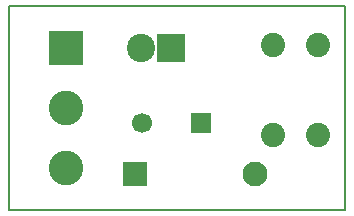
<source format=gbr>
G04 #@! TF.FileFunction,Soldermask,Bot*
%FSLAX46Y46*%
G04 Gerber Fmt 4.6, Leading zero omitted, Abs format (unit mm)*
G04 Created by KiCad (PCBNEW 4.0.2-stable) date 07/05/2016 12:43:24*
%MOMM*%
G01*
G04 APERTURE LIST*
%ADD10C,0.100000*%
%ADD11C,0.150000*%
%ADD12R,1.700000X1.700000*%
%ADD13C,1.700000*%
%ADD14R,2.400000X2.400000*%
%ADD15C,2.400000*%
%ADD16C,2.099260*%
%ADD17R,2.099260X2.099260*%
%ADD18R,2.940000X2.940000*%
%ADD19C,2.940000*%
%ADD20C,2.051000*%
G04 APERTURE END LIST*
D10*
D11*
X160782000Y-92456000D02*
X155194000Y-92456000D01*
X160782000Y-109728000D02*
X160782000Y-92456000D01*
X155194000Y-109728000D02*
X160782000Y-109728000D01*
X132334000Y-92456000D02*
X133350000Y-92456000D01*
X132334000Y-109728000D02*
X132334000Y-92456000D01*
X155194000Y-109728000D02*
X132334000Y-109728000D01*
X133350000Y-92456000D02*
X155194000Y-92456000D01*
D12*
X148590000Y-102362000D03*
D13*
X143590000Y-102362000D03*
D14*
X146050000Y-96012000D03*
D15*
X143510000Y-96012000D03*
D16*
X153162520Y-106677460D03*
D17*
X143002520Y-106677460D03*
D18*
X137160000Y-96012000D03*
D19*
X137160000Y-101092000D03*
X137160000Y-106172000D03*
D20*
X158496000Y-95758000D03*
X158496000Y-103378000D03*
X154686000Y-95758000D03*
X154686000Y-103378000D03*
M02*

</source>
